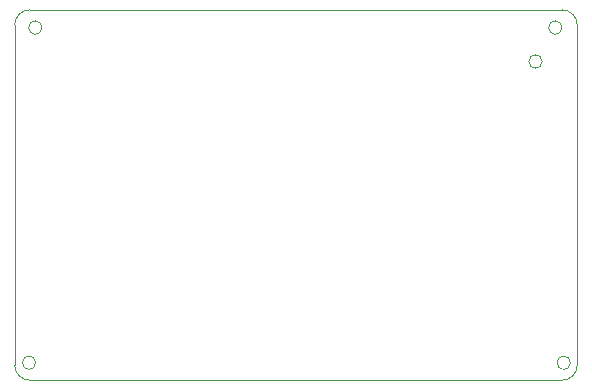
<source format=gbr>
G04 #@! TF.GenerationSoftware,KiCad,Pcbnew,5.1.5+dfsg1-2build2*
G04 #@! TF.CreationDate,2021-06-15T05:03:55+02:00*
G04 #@! TF.ProjectId,circuit9,63697263-7569-4743-992e-6b696361645f,rev?*
G04 #@! TF.SameCoordinates,Original*
G04 #@! TF.FileFunction,Profile,NP*
%FSLAX46Y46*%
G04 Gerber Fmt 4.6, Leading zero omitted, Abs format (unit mm)*
G04 Created by KiCad (PCBNEW 5.1.5+dfsg1-2build2) date 2021-06-15 05:03:55*
%MOMM*%
%LPD*%
G04 APERTURE LIST*
%ADD10C,0.100000*%
G04 APERTURE END LIST*
D10*
X25429481Y-24612600D02*
G75*
G03X25429481Y-24612600I-567961J0D01*
G01*
X69452761Y-24612600D02*
G75*
G03X69452761Y-24612600I-567961J0D01*
G01*
X24892000Y-52984400D02*
G75*
G03X24892000Y-52984400I-567961J0D01*
G01*
X67776361Y-27482800D02*
G75*
G03X67776361Y-27482800I-567961J0D01*
G01*
X24384000Y-23114000D02*
X69469000Y-23114000D01*
X23114000Y-53187600D02*
X23114000Y-24384000D01*
X69469000Y-54457600D02*
X24384000Y-54457600D01*
X70739000Y-24384000D02*
X70739000Y-53187600D01*
X70739000Y-53187600D02*
G75*
G02X69469000Y-54457600I-1270000J0D01*
G01*
X24384000Y-54457600D02*
G75*
G02X23114000Y-53187600I0J1270000D01*
G01*
X23114000Y-24384000D02*
G75*
G02X24384000Y-23114000I1270000J0D01*
G01*
X69469000Y-23114000D02*
G75*
G02X70739000Y-24384000I0J-1270000D01*
G01*
X70163961Y-52984400D02*
G75*
G03X70163961Y-52984400I-567961J0D01*
G01*
M02*

</source>
